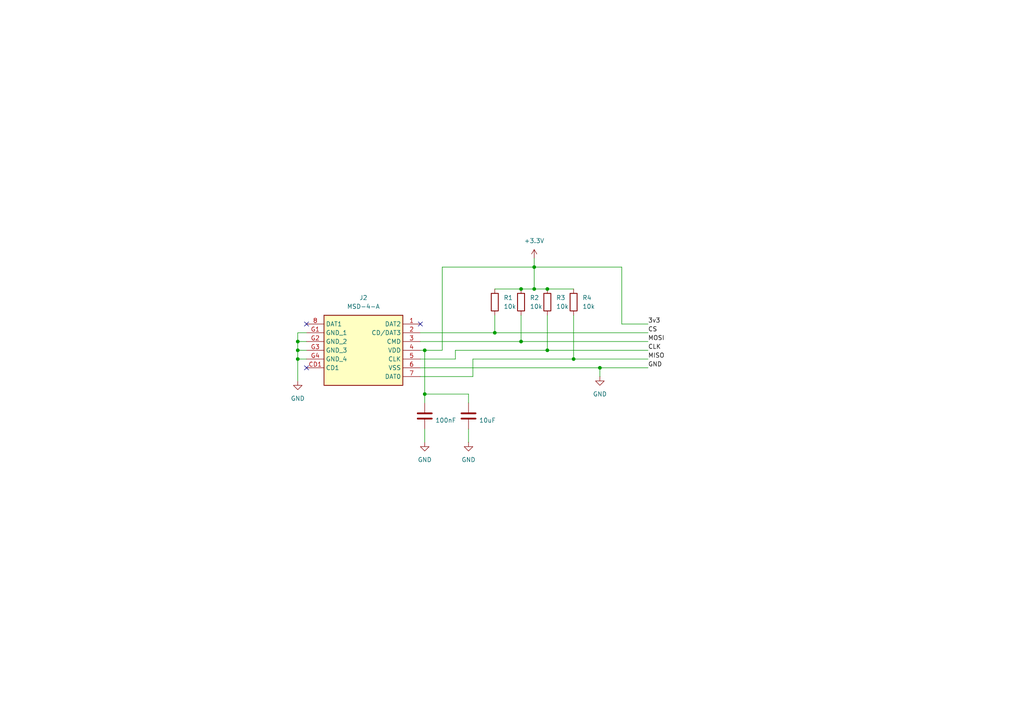
<source format=kicad_sch>
(kicad_sch (version 20231120) (generator "eeschema") (generator_version "8.0")
  (paper "A4")
  (lib_symbols
    (symbol "Device:C" (pin_numbers hide) (pin_names (offset 0.254))
      (property "Reference" "C" (at 0.635 2.54 0))
      (property "Value" "C" (at 0.635 -2.54 0))
      (symbol "C_0_1"
        (polyline (pts (xy -2.032 -0.762) (xy 2.032 -0.762)) (stroke (width 0.508)))
        (polyline (pts (xy -2.032 0.762) (xy 2.032 0.762)) (stroke (width 0.508)))
      )
      (symbol "C_1_1"
        (pin passive line (at 0 3.81 270) (length 2.794) (name "~") (number "1"))
        (pin passive line (at 0 -3.81 90) (length 2.794) (name "~") (number "2"))
      )
    )
    (symbol "Device:R" (pin_numbers hide) (pin_names (offset 0))
      (property "Reference" "R" (at 2.032 0 90))
      (property "Value" "R" (at 0 0 90))
      (symbol "R_0_1"
        (rectangle (start -1.016 -2.54) (end 1.016 2.54) (stroke (width 0.254)))
      )
      (symbol "R_1_1"
        (pin passive line (at 0 3.81 270) (length 1.27) (name "~") (number "1"))
        (pin passive line (at 0 -3.81 90) (length 1.27) (name "~") (number "2"))
      )
    )
    (symbol "MSD-4-A:MSD-4-A"
      (property "Reference" "J" (at 29.21 7.62 0))
      (property "Value" "MSD-4-A" (at 29.21 5.08 0))
      (symbol "MSD-4-A_1_1"
        (rectangle (start 5.08 2.54) (end 27.94 -17.78) (stroke (width 0.254)) (fill (type background)))
        (pin passive line (at 0 0 0) (length 5.08) (name "DAT2") (number "1"))
        (pin passive line (at 0 -2.54 0) (length 5.08) (name "CD/DAT3") (number "2"))
        (pin passive line (at 0 -5.08 0) (length 5.08) (name "CMD") (number "3"))
        (pin passive line (at 0 -7.62 0) (length 5.08) (name "VDD") (number "4"))
        (pin passive line (at 0 -10.16 0) (length 5.08) (name "CLK") (number "5"))
        (pin passive line (at 0 -12.7 0) (length 5.08) (name "VSS") (number "6"))
        (pin passive line (at 0 -15.24 0) (length 5.08) (name "DAT0") (number "7"))
        (pin passive line (at 33.02 0 180) (length 5.08) (name "DAT1") (number "8"))
        (pin passive line (at 33.02 -12.7 180) (length 5.08) (name "CD1") (number "CD1"))
        (pin passive line (at 33.02 -2.54 180) (length 5.08) (name "GND_1") (number "G1"))
        (pin passive line (at 33.02 -5.08 180) (length 5.08) (name "GND_2") (number "G2"))
        (pin passive line (at 33.02 -7.62 180) (length 5.08) (name "GND_3") (number "G3"))
        (pin passive line (at 33.02 -10.16 180) (length 5.08) (name "GND_4") (number "G4"))
      )
    )
    (symbol "power:+3.3V" (power) (pin_numbers hide) (pin_names (offset 0) hide)
      (property "Value" "+3.3V" (at 0 3.556 0))
      (symbol "+3.3V_0_1"
        (polyline (pts (xy -0.762 1.27) (xy 0 2.54)))
        (polyline (pts (xy 0 0) (xy 0 2.54)))
        (polyline (pts (xy 0 2.54) (xy 0.762 1.27)))
      )
      (symbol "+3.3V_1_1"
        (pin power_in line (at 0 0 90) (length 0) (name "~") (number "1"))
      )
    )
    (symbol "power:GND" (power) (pin_numbers hide) (pin_names (offset 0) hide)
      (property "Value" "GND" (at 0 -3.81 0))
      (symbol "GND_0_1"
        (polyline (pts (xy 0 0) (xy 0 -1.27) (xy 1.27 -1.27) (xy 0 -2.54) (xy -1.27 -1.27) (xy 0 -1.27)))
      )
      (symbol "GND_1_1"
        (pin power_in line (at 0 0 270) (length 0) (name "~") (number "1"))
      )
    )
  )
  (junction (at 158.75 83.82))
  (junction (at 158.75 101.6))
  (junction (at 86.36 99.06))
  (junction (at 154.94 83.82))
  (junction (at 86.36 101.6))
  (junction (at 173.99 106.68))
  (junction (at 123.19 101.6))
  (junction (at 166.37 104.14))
  (junction (at 143.51 96.52))
  (junction (at 151.13 99.06))
  (junction (at 154.94 77.47))
  (junction (at 86.36 104.14))
  (junction (at 151.13 83.82))
  (junction (at 123.19 114.3))
  (no_connect (at 88.9 106.68))
  (no_connect (at 121.92 93.98))
  (no_connect (at 88.9 93.98))
  (wire (pts (xy 121.92 106.68) (xy 173.99 106.68)))
  (wire (pts (xy 173.99 106.68) (xy 187.96 106.68)))
  (wire (pts (xy 154.94 77.47) (xy 154.94 83.82)))
  (wire (pts (xy 86.36 99.06) (xy 88.9 99.06)))
  (wire (pts (xy 180.34 93.98) (xy 180.34 77.47)))
  (wire (pts (xy 123.19 124.46) (xy 123.19 128.27)))
  (wire (pts (xy 143.51 96.52) (xy 187.96 96.52)))
  (wire (pts (xy 137.16 104.14) (xy 137.16 109.22)))
  (wire (pts (xy 121.92 104.14) (xy 132.08 104.14)))
  (wire (pts (xy 137.16 109.22) (xy 121.92 109.22)))
  (wire (pts (xy 158.75 83.82) (xy 166.37 83.82)))
  (wire (pts (xy 154.94 77.47) (xy 128.27 77.47)))
  (wire (pts (xy 128.27 77.47) (xy 128.27 101.6)))
  (wire (pts (xy 135.89 124.46) (xy 135.89 128.27)))
  (wire (pts (xy 86.36 110.49) (xy 86.36 104.14)))
  (wire (pts (xy 143.51 91.44) (xy 143.51 96.52)))
  (wire (pts (xy 158.75 101.6) (xy 132.08 101.6)))
  (wire (pts (xy 154.94 83.82) (xy 151.13 83.82)))
  (wire (pts (xy 123.19 101.6) (xy 123.19 114.3)))
  (wire (pts (xy 151.13 99.06) (xy 187.96 99.06)))
  (wire (pts (xy 121.92 99.06) (xy 151.13 99.06)))
  (wire (pts (xy 128.27 101.6) (xy 123.19 101.6)))
  (wire (pts (xy 187.96 101.6) (xy 158.75 101.6)))
  (wire (pts (xy 86.36 99.06) (xy 86.36 96.52)))
  (wire (pts (xy 151.13 91.44) (xy 151.13 99.06)))
  (wire (pts (xy 151.13 83.82) (xy 143.51 83.82)))
  (wire (pts (xy 86.36 96.52) (xy 88.9 96.52)))
  (wire (pts (xy 86.36 104.14) (xy 88.9 104.14)))
  (wire (pts (xy 121.92 101.6) (xy 123.19 101.6)))
  (wire (pts (xy 123.19 114.3) (xy 135.89 114.3)))
  (wire (pts (xy 135.89 116.84) (xy 135.89 114.3)))
  (wire (pts (xy 121.92 96.52) (xy 143.51 96.52)))
  (wire (pts (xy 180.34 77.47) (xy 154.94 77.47)))
  (wire (pts (xy 86.36 101.6) (xy 86.36 99.06)))
  (wire (pts (xy 158.75 91.44) (xy 158.75 101.6)))
  (wire (pts (xy 187.96 93.98) (xy 180.34 93.98)))
  (wire (pts (xy 123.19 114.3) (xy 123.19 116.84)))
  (wire (pts (xy 187.96 104.14) (xy 166.37 104.14)))
  (wire (pts (xy 86.36 101.6) (xy 88.9 101.6)))
  (wire (pts (xy 154.94 74.93) (xy 154.94 77.47)))
  (wire (pts (xy 86.36 104.14) (xy 86.36 101.6)))
  (wire (pts (xy 173.99 109.22) (xy 173.99 106.68)))
  (wire (pts (xy 132.08 101.6) (xy 132.08 104.14)))
  (wire (pts (xy 166.37 104.14) (xy 137.16 104.14)))
  (wire (pts (xy 166.37 91.44) (xy 166.37 104.14)))
  (wire (pts (xy 154.94 83.82) (xy 158.75 83.82)))
  (label "GND" (at 187.96 106.68 0))
  (label "MOSI" (at 187.96 99.06 0))
  (label "CLK" (at 187.96 101.6 0))
  (label "MISO" (at 187.96 104.14 0))
  (label "3v3" (at 187.96 93.98 0))
  (label "CS" (at 187.96 96.52 0))
  (symbol (lib_id "power:+3.3V") (at 154.94 74.93 0) (unit 1)
    (property "Reference" "#PWR01" (effects (hide yes)))
    (property "Value" "+3.3V" (at 154.94 69.85 0))
    (property "Description" "Power symbol creates a global label with name \"+3.3V\"" (effects (hide yes)))
  )
  (symbol (lib_id "Device:R") (at 166.37 87.63 0) (unit 1)
    (property "Reference" "R4" (at 168.91 86.3599 0) (effects (justify left)))
    (property "Value" "10k" (at 168.91 88.8999 0) (effects (justify left)))
    (property "Footprint" "Resistor_SMD:R_0402_1005Metric_Pad0.72x0.64mm_HandSolder" (effects (hide yes)))
    (property "Description" "Resistor" (effects (hide yes)))
  )
  (symbol (lib_id "Device:R") (at 158.75 87.63 0) (unit 1)
    (property "Reference" "R3" (at 161.29 86.3599 0) (effects (justify left)))
    (property "Value" "10k" (at 161.29 88.8999 0) (effects (justify left)))
    (property "Footprint" "Resistor_SMD:R_0402_1005Metric_Pad0.72x0.64mm_HandSolder" (effects (hide yes)))
    (property "Description" "Resistor" (effects (hide yes)))
  )
  (symbol (lib_id "power:GND") (at 173.99 109.22 0) (unit 1)
    (property "Reference" "#PWR04" (effects (hide yes)))
    (property "Value" "GND" (at 173.99 114.3 0))
    (property "Description" "Power symbol creates a global label with name \"GND\" , ground" (effects (hide yes)))
  )
  (symbol (lib_id "MSD-4-A:MSD-4-A") (at 121.92 93.98 0) (mirror y) (unit 1)
    (property "Reference" "J2" (at 105.41 86.36 0))
    (property "Value" "MSD-4-A" (at 105.41 88.9 0))
    (property "Footprint" "MSD4A" (effects (hide yes)))
    (property "Datasheet" "https://www.cuidevices.com/product/resource/pdf/msd-4-a.pdf" (effects (hide yes)))
    (property "Description" "Memory Card Connectors 9 Positions, Push In, Auto Eject Out, SMT, 1.8 mm Height Above Board," (effects (hide yes)))
    (property "Height" "2" (effects (hide yes)))
    (property "Mouser Part Number" "179-MSD-4-A" (effects (hide yes)))
    (property "Mouser Price/Stock" "https://www.mouser.co.uk/ProductDetail/CUI-Devices/MSD-4-A?qs=Z%252BL2brAPG1Jll%252BQTi%252Btupg%3D%3D" (effects (hide yes)))
    (property "Manufacturer_Name" "CUI Devices" (effects (hide yes)))
    (property "Manufacturer_Part_Number" "MSD-4-A" (effects (hide yes)))
  )
  (symbol (lib_id "Device:R") (at 143.51 87.63 0) (unit 1)
    (property "Reference" "R1" (at 146.05 86.3599 0) (effects (justify left)))
    (property "Value" "10k" (at 146.05 88.8999 0) (effects (justify left)))
    (property "Footprint" "Resistor_SMD:R_0402_1005Metric_Pad0.72x0.64mm_HandSolder" (effects (hide yes)))
    (property "Description" "Resistor" (effects (hide yes)))
  )
  (symbol (lib_id "Device:C") (at 135.89 120.65 0) (unit 1)
    (property "Reference" "C2" (effects (hide yes)))
    (property "Value" "10uF" (at 138.938 121.92 0) (effects (justify left)))
    (property "Footprint" "Capacitor_SMD:C_0504_1310Metric_Pad0.83x1.28mm_HandSolder" (effects (hide yes)))
    (property "Description" "Unpolarized capacitor" (effects (hide yes)))
  )
  (symbol (lib_id "power:GND") (at 123.19 128.27 0) (unit 1)
    (property "Reference" "#PWR02" (effects (hide yes)))
    (property "Value" "GND" (at 123.19 133.35 0))
    (property "Description" "Power symbol creates a global label with name \"GND\" , ground" (effects (hide yes)))
  )
  (symbol (lib_id "power:GND") (at 135.89 128.27 0) (unit 1)
    (property "Reference" "#PWR03" (effects (hide yes)))
    (property "Value" "GND" (at 135.89 133.35 0))
    (property "Description" "Power symbol creates a global label with name \"GND\" , ground" (effects (hide yes)))
  )
  (symbol (lib_id "Device:R") (at 151.13 87.63 0) (unit 1)
    (property "Reference" "R2" (at 153.67 86.3599 0) (effects (justify left)))
    (property "Value" "10k" (at 153.67 88.8999 0) (effects (justify left)))
    (property "Footprint" "Resistor_SMD:R_0402_1005Metric_Pad0.72x0.64mm_HandSolder" (effects (hide yes)))
    (property "Description" "Resistor" (effects (hide yes)))
  )
  (symbol (lib_id "power:GND") (at 86.36 110.49 0) (unit 1)
    (property "Reference" "#PWR05" (effects (hide yes)))
    (property "Value" "GND" (at 86.36 115.57 0))
    (property "Description" "Power symbol creates a global label with name \"GND\" , ground" (effects (hide yes)))
  )
  (symbol (lib_id "Device:C") (at 123.19 120.65 0) (unit 1)
    (property "Reference" "C1" (effects (hide yes)))
    (property "Value" "100nF" (at 126.238 121.92 0) (effects (justify left)))
    (property "Footprint" "Capacitor_SMD:C_0504_1310Metric_Pad0.83x1.28mm_HandSolder" (effects (hide yes)))
    (property "Description" "Unpolarized capacitor" (effects (hide yes)))
  )
)
</source>
